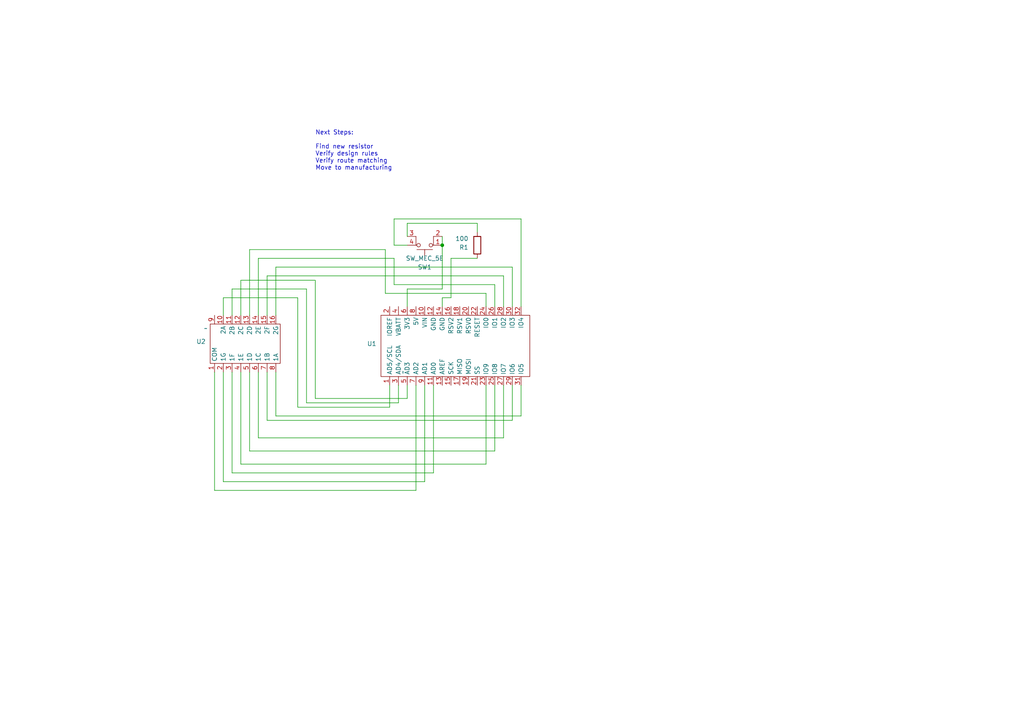
<source format=kicad_sch>
(kicad_sch (version 20230121) (generator eeschema)
  (paper "A4")
  (title_block (title "v3 habit band pcb") (rev "v3"))
  (lib_symbols
    (symbol "Device:R" (pin_numbers hide) (pin_names (offset 0))
      (property "Reference" "R" (at 2.032 0 90))
      (property "Value" "R" (at 0 0 90))
      (symbol "R_0_1"
        (rectangle (start -1.016 -2.54) (end 1.016 2.54) (stroke (width 0.254)))
      )
      (symbol "R_1_1"
        (pin passive line (at 0 3.81 270) (length 1.27) (name "~") (number "1"))
        (pin passive line (at 0 -3.81 90) (length 1.27) (name "~") (number "2"))
      )
    )
    (symbol "Switch:SW_MEC_5E" (pin_names (offset 1.016) hide)
      (property "Reference" "SW" (at 0.635 5.715 0))
      (property "Value" "SW_MEC_5E" (at 0 -3.175 0))
      (symbol "SW_MEC_5E_0_1"
        (circle (center -1.778 2.54) (radius 0.508))
        (polyline (pts (xy -2.286 3.81) (xy 2.286 3.81)))
        (polyline (pts (xy 0 3.81) (xy 0 5.588)))
        (polyline (pts (xy -2.54 0) (xy -2.54 2.54) (xy -2.286 2.54)))
        (polyline (pts (xy 2.54 0) (xy 2.54 2.54) (xy 2.286 2.54)))
        (circle (center 1.778 2.54) (radius 0.508))
        (pin passive line (at -5.08 2.54 0) (length 2.54) (name "1") (number "1"))
        (pin passive line (at -5.08 0 0) (length 2.54) (name "2") (number "2"))
        (pin passive line (at 5.08 0 180) (length 2.54) (name "K") (number "3"))
        (pin passive line (at 5.08 2.54 180) (length 2.54) (name "A") (number "4"))
      )
    )
    (symbol "v3 - habit pcb:32Pin"
      (property "Reference" "U" (at -5.08 8.89 0))
      (symbol "32Pin_0_1"
        (rectangle (start -1.27 6.35) (end 16.51 -36.83))
      )
      (symbol "32Pin_1_0"
        (pin bidirectional line (at 19.05 -6.35 180) (length 2.54) (name "VIN") (number "10"))
        (pin bidirectional line (at -3.81 -8.89 0) (length 2.54) (name "AD0") (number "11"))
        (pin bidirectional line (at 19.05 -8.89 180) (length 2.54) (name "GND") (number "12"))
        (pin bidirectional line (at -3.81 -11.43 0) (length 2.54) (name "AREF") (number "13"))
        (pin bidirectional line (at 19.05 -11.43 180) (length 2.54) (name "GND") (number "14"))
        (pin bidirectional line (at -3.81 -13.97 0) (length 2.54) (name "SCK") (number "15"))
        (pin bidirectional line (at 19.05 -13.97 180) (length 2.54) (name "RSV2") (number "16"))
        (pin bidirectional line (at -3.81 -16.51 0) (length 2.54) (name "MISO") (number "17"))
        (pin bidirectional line (at 19.05 -16.51 180) (length 2.54) (name "RSV1") (number "18"))
        (pin bidirectional line (at -3.81 -19.05 0) (length 2.54) (name "MOSI") (number "19"))
        (pin bidirectional line (at 19.05 3.81 180) (length 2.54) (name "IOREF") (number "2"))
        (pin bidirectional line (at 19.05 -19.05 180) (length 2.54) (name "RSV0") (number "20"))
        (pin bidirectional line (at -3.81 -21.59 0) (length 2.54) (name "SS") (number "21"))
        (pin bidirectional line (at 19.05 -21.59 180) (length 2.54) (name "RESET") (number "22"))
        (pin bidirectional line (at -3.81 -24.13 0) (length 2.54) (name "IO9") (number "23"))
        (pin bidirectional line (at 19.05 -24.13 180) (length 2.54) (name "IO0") (number "24"))
        (pin bidirectional line (at -3.81 -26.67 0) (length 2.54) (name "IO8") (number "25"))
        (pin bidirectional line (at 19.05 -26.67 180) (length 2.54) (name "IO1") (number "26"))
        (pin bidirectional line (at -3.81 -29.21 0) (length 2.54) (name "IO7") (number "27"))
        (pin bidirectional line (at 19.05 -29.21 180) (length 2.54) (name "IO2") (number "28"))
        (pin bidirectional line (at -3.81 -31.75 0) (length 2.54) (name "IO6") (number "29"))
        (pin bidirectional line (at -3.81 1.27 0) (length 2.54) (name "AD4/SDA") (number "3"))
        (pin bidirectional line (at 19.05 -31.75 180) (length 2.54) (name "IO3") (number "30"))
        (pin bidirectional line (at -3.81 -34.29 0) (length 2.54) (name "IO5") (number "31"))
        (pin bidirectional line (at 19.05 -34.29 180) (length 2.54) (name "IO4") (number "32"))
        (pin bidirectional line (at 19.05 1.27 180) (length 2.54) (name "VBATT") (number "4"))
        (pin bidirectional line (at -3.81 -1.27 0) (length 2.54) (name "AD3") (number "5"))
        (pin bidirectional line (at 19.05 -1.27 180) (length 2.54) (name "3V3") (number "6"))
        (pin bidirectional line (at -3.81 -3.81 0) (length 2.54) (name "AD2") (number "7"))
        (pin bidirectional line (at 19.05 -3.81 180) (length 2.54) (name "5V") (number "8"))
        (pin bidirectional line (at -3.81 -6.35 0) (length 2.54) (name "AD1") (number "9"))
      )
      (symbol "32Pin_1_1"
        (pin bidirectional line (at -3.81 3.81 0) (length 2.54) (name "AD5/SCL") (number "1"))
      )
    )
    (symbol "v3 - habit pcb:LCD"
      (property "Reference" "U" (at 0 0 0))
      (symbol "LCD_0_1"
        (rectangle (start 1.27 -10.16) (end 21.59 1.27))
      )
      (symbol "LCD_1_0"
        (pin bidirectional line (at 2.54 -12.7 90) (length 2.54) (name "COM") (number "1"))
        (pin bidirectional line (at 5.08 3.81 270) (length 2.54) (name "2A") (number "10"))
        (pin bidirectional line (at 7.62 3.81 270) (length 2.54) (name "2B") (number "11"))
        (pin bidirectional line (at 10.16 3.81 270) (length 2.54) (name "2C") (number "12"))
        (pin bidirectional line (at 12.7 3.81 270) (length 2.54) (name "2D") (number "13"))
        (pin bidirectional line (at 15.24 3.81 270) (length 2.54) (name "2E") (number "14"))
        (pin bidirectional line (at 17.78 3.81 270) (length 2.54) (name "2F") (number "15"))
        (pin bidirectional line (at 20.32 3.81 270) (length 2.54) (name "2G") (number "16"))
        (pin bidirectional line (at 5.08 -12.7 90) (length 2.54) (name "1G") (number "2"))
        (pin bidirectional line (at 7.62 -12.7 90) (length 2.54) (name "1F") (number "3"))
        (pin bidirectional line (at 10.16 -12.7 90) (length 2.54) (name "1E") (number "4"))
        (pin bidirectional line (at 12.7 -12.7 90) (length 2.54) (name "1D") (number "5"))
        (pin bidirectional line (at 15.24 -12.7 90) (length 2.54) (name "1C") (number "6"))
        (pin bidirectional line (at 17.78 -12.7 90) (length 2.54) (name "1B") (number "7"))
        (pin bidirectional line (at 20.32 -12.7 90) (length 2.54) (name "1A") (number "8"))
        (pin bidirectional line (at 2.54 3.81 270) (length 2.54) (name "") (number "9"))
      )
    )
  )
  (junction (at 128.27 71.12))
  (wire (pts (xy 125.73 111.76) (xy 125.73 137.16)))
  (wire (pts (xy 113.03 118.11) (xy 113.03 111.76)))
  (wire (pts (xy 64.77 91.44) (xy 64.77 86.36)))
  (wire (pts (xy 143.51 111.76) (xy 143.51 130.81)))
  (wire (pts (xy 130.81 86.36) (xy 128.27 86.36)))
  (wire (pts (xy 77.47 91.44) (xy 77.47 80.01)))
  (wire (pts (xy 138.43 74.93) (xy 130.81 74.93)))
  (wire (pts (xy 64.77 107.95) (xy 64.77 139.7)))
  (wire (pts (xy 128.27 86.36) (xy 128.27 88.9)))
  (wire (pts (xy 80.01 77.47) (xy 148.59 77.47)))
  (wire (pts (xy 114.3 63.5) (xy 151.13 63.5)))
  (wire (pts (xy 111.76 85.09) (xy 140.97 85.09)))
  (wire (pts (xy 140.97 85.09) (xy 140.97 88.9)))
  (wire (pts (xy 146.05 80.01) (xy 146.05 88.9)))
  (wire (pts (xy 86.36 118.11) (xy 113.03 118.11)))
  (wire (pts (xy 128.27 71.12) (xy 128.27 83.82)))
  (wire (pts (xy 151.13 63.5) (xy 151.13 88.9)))
  (wire (pts (xy 118.11 115.57) (xy 118.11 111.76)))
  (wire (pts (xy 69.85 91.44) (xy 69.85 81.28)))
  (wire (pts (xy 91.44 115.57) (xy 118.11 115.57)))
  (wire (pts (xy 140.97 111.76) (xy 140.97 134.62)))
  (wire (pts (xy 138.43 64.77) (xy 138.43 67.31)))
  (wire (pts (xy 67.31 91.44) (xy 67.31 83.82)))
  (wire (pts (xy 67.31 83.82) (xy 88.9 83.82)))
  (wire (pts (xy 62.23 107.95) (xy 62.23 142.24)))
  (wire (pts (xy 72.39 107.95) (xy 72.39 130.81)))
  (wire (pts (xy 74.93 91.44) (xy 74.93 74.93)))
  (wire (pts (xy 80.01 107.95) (xy 80.01 120.65)))
  (wire (pts (xy 151.13 120.65) (xy 151.13 111.76)))
  (wire (pts (xy 69.85 134.62) (xy 140.97 134.62)))
  (wire (pts (xy 146.05 111.76) (xy 146.05 127)))
  (wire (pts (xy 77.47 80.01) (xy 146.05 80.01)))
  (wire (pts (xy 74.93 127) (xy 146.05 127)))
  (wire (pts (xy 80.01 91.44) (xy 80.01 77.47)))
  (wire (pts (xy 69.85 81.28) (xy 91.44 81.28)))
  (wire (pts (xy 114.3 74.93) (xy 114.3 82.55)))
  (wire (pts (xy 88.9 116.84) (xy 115.57 116.84)))
  (wire (pts (xy 115.57 116.84) (xy 115.57 111.76)))
  (wire (pts (xy 118.11 83.82) (xy 118.11 88.9)))
  (wire (pts (xy 80.01 120.65) (xy 151.13 120.65)))
  (wire (pts (xy 138.43 64.77) (xy 118.11 64.77)))
  (wire (pts (xy 64.77 139.7) (xy 123.19 139.7)))
  (wire (pts (xy 74.93 74.93) (xy 114.3 74.93)))
  (wire (pts (xy 77.47 107.95) (xy 77.47 121.92)))
  (wire (pts (xy 128.27 83.82) (xy 118.11 83.82)))
  (wire (pts (xy 74.93 107.95) (xy 74.93 127)))
  (wire (pts (xy 72.39 91.44) (xy 72.39 72.39)))
  (wire (pts (xy 72.39 130.81) (xy 143.51 130.81)))
  (wire (pts (xy 86.36 86.36) (xy 86.36 118.11)))
  (wire (pts (xy 67.31 107.95) (xy 67.31 137.16)))
  (wire (pts (xy 69.85 107.95) (xy 69.85 134.62)))
  (wire (pts (xy 128.27 71.12) (xy 128.27 68.58)))
  (wire (pts (xy 77.47 121.92) (xy 148.59 121.92)))
  (wire (pts (xy 118.11 68.58) (xy 118.11 64.77)))
  (wire (pts (xy 130.81 74.93) (xy 130.81 86.36)))
  (wire (pts (xy 114.3 71.12) (xy 114.3 63.5)))
  (wire (pts (xy 148.59 77.47) (xy 148.59 88.9)))
  (wire (pts (xy 114.3 82.55) (xy 143.51 82.55)))
  (wire (pts (xy 123.19 111.76) (xy 123.19 139.7)))
  (wire (pts (xy 91.44 81.28) (xy 91.44 115.57)))
  (wire (pts (xy 62.23 142.24) (xy 120.65 142.24)))
  (wire (pts (xy 118.11 71.12) (xy 114.3 71.12)))
  (wire (pts (xy 111.76 72.39) (xy 111.76 85.09)))
  (wire (pts (xy 148.59 121.92) (xy 148.59 111.76)))
  (wire (pts (xy 120.65 111.76) (xy 120.65 142.24)))
  (wire (pts (xy 88.9 83.82) (xy 88.9 116.84)))
  (wire (pts (xy 143.51 82.55) (xy 143.51 88.9)))
  (wire (pts (xy 67.31 137.16) (xy 125.73 137.16)))
  (wire (pts (xy 64.77 86.36) (xy 86.36 86.36)))
  (wire (pts (xy 72.39 72.39) (xy 111.76 72.39)))
  (text "Next Steps:\n\nFind new resistor\nVerify design rules \nVerify route matching\nMove to manufacturing\n" (at 91.44 49.53 0) (effects (font (size 1.27 1.27)) (justify left bottom)))
  (symbol (lib_id "v3 - habit pcb:32Pin") (at 116.84 107.95 90) (unit 1)
    (property "Reference" "U1" (at 109.22 99.695 90) (effects (justify left)))
    (property "Value" "~" (at 116.84 107.95 0))
    (property "Footprint" "v3 - habit pcb:32PinConnector" (effects hide))
  )
  (symbol (lib_id "Device:R") (at 138.43 71.12 180) (unit 1)
    (property "Reference" "R1" (at 135.89 71.755 0) (effects (justify left)))
    (property "Value" "100" (at 135.89 69.215 0) (effects (justify left)))
    (property "Footprint" "Resistor_THT:R_Axial_DIN0207_L6.3mm_D2.5mm_P10.16mm_Horizontal" (effects hide))
  )
  (symbol (lib_id "v3 - habit pcb:LCD") (at 59.69 95.25 0) (unit 1)
    (property "Reference" "U2" (at 59.69 99.06 0) (effects (justify right)))
    (property "Value" "~" (at 59.69 95.25 0))
    (property "Footprint" "v3 - habit pcb:LCD" (effects hide))
  )
  (symbol (lib_id "Switch:SW_MEC_5E") (at 123.19 68.58 180) (unit 1)
    (property "Reference" "SW1" (at 123.19 77.47 0))
    (property "Value" "SW_MEC_5E" (at 123.19 74.93 0))
    (property "Footprint" "v3 - habit pcb:DIP-4_177" (effects hide))
    (property "Datasheet" "http://www.apem.com/int/index.php?controller=attachment&id_attachment=1371" (effects hide))
  )
)
</source>
